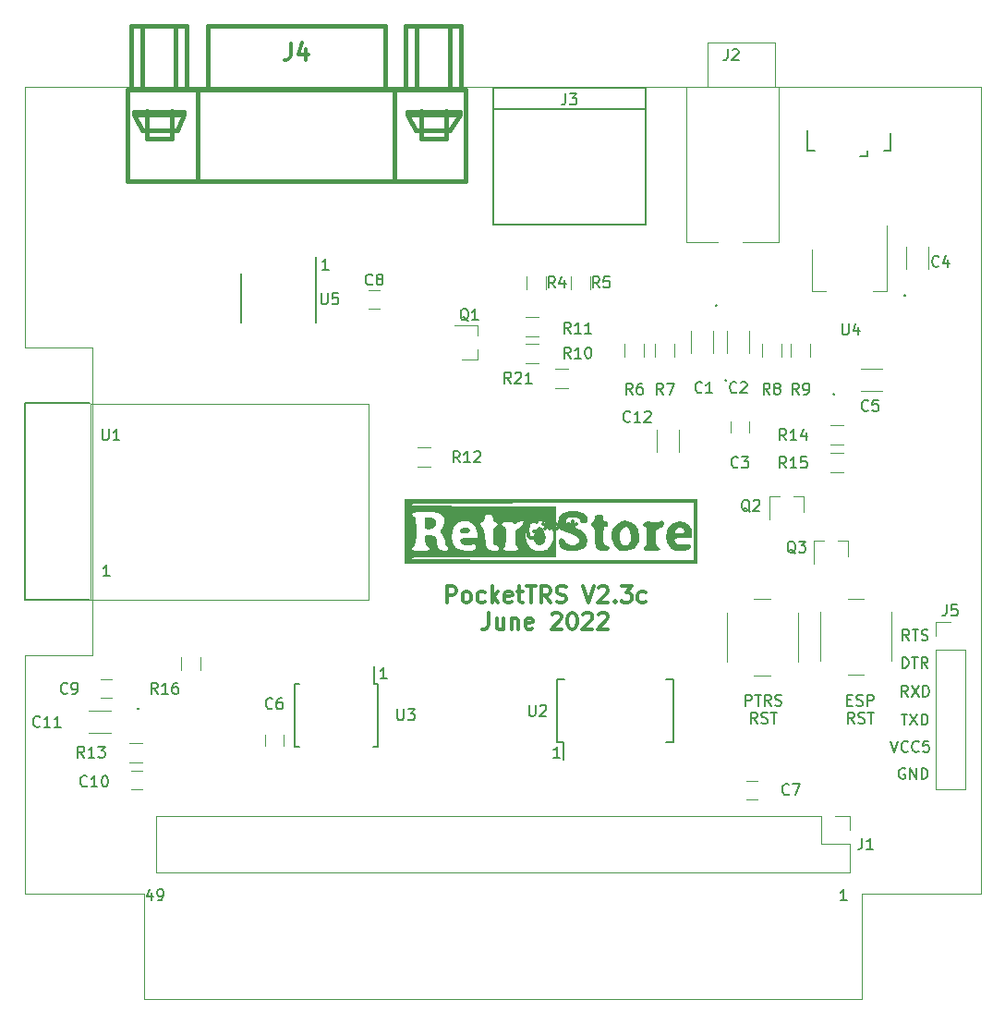
<source format=gbr>
G04 #@! TF.GenerationSoftware,KiCad,Pcbnew,(6.0.5)*
G04 #@! TF.CreationDate,2022-06-13T20:59:20-07:00*
G04 #@! TF.ProjectId,PocketTRS,506f636b-6574-4545-9253-2e6b69636164,rev?*
G04 #@! TF.SameCoordinates,Original*
G04 #@! TF.FileFunction,Legend,Top*
G04 #@! TF.FilePolarity,Positive*
%FSLAX46Y46*%
G04 Gerber Fmt 4.6, Leading zero omitted, Abs format (unit mm)*
G04 Created by KiCad (PCBNEW (6.0.5)) date 2022-06-13 20:59:20*
%MOMM*%
%LPD*%
G01*
G04 APERTURE LIST*
G04 #@! TA.AperFunction,Profile*
%ADD10C,0.050000*%
G04 #@! TD*
%ADD11C,0.150000*%
%ADD12C,0.300000*%
%ADD13C,0.304800*%
%ADD14C,0.120000*%
%ADD15C,0.381000*%
%ADD16C,0.050000*%
G04 APERTURE END LIST*
D10*
X165100000Y-61976000D02*
X165100000Y-64770000D01*
X252730000Y-64770000D02*
X252730000Y-61976000D01*
X171323000Y-85852000D02*
X171323000Y-90805000D01*
X165100000Y-64770000D02*
X165100000Y-85852000D01*
X165100000Y-135890000D02*
X165100000Y-114046000D01*
X241808000Y-135890000D02*
X252730000Y-135890000D01*
X241808000Y-145542000D02*
X241300000Y-145542000D01*
X175260000Y-135890000D02*
X176022000Y-135890000D01*
X241808000Y-145542000D02*
X241808000Y-135890000D01*
X171323000Y-85852000D02*
X165100000Y-85852000D01*
X165100000Y-114046000D02*
X171323000Y-114046000D01*
X171323000Y-114046000D02*
X171323000Y-90805000D01*
X176022000Y-145542000D02*
X241300000Y-145542000D01*
X252730000Y-64770000D02*
X252730000Y-135890000D01*
X165100000Y-61976000D02*
X252730000Y-61976000D01*
X165100000Y-135890000D02*
X175260000Y-135890000D01*
X176022000Y-135890000D02*
X176022000Y-145542000D01*
D11*
X246044642Y-117800380D02*
X245711309Y-117324190D01*
X245473214Y-117800380D02*
X245473214Y-116800380D01*
X245854166Y-116800380D01*
X245949404Y-116848000D01*
X245997023Y-116895619D01*
X246044642Y-116990857D01*
X246044642Y-117133714D01*
X245997023Y-117228952D01*
X245949404Y-117276571D01*
X245854166Y-117324190D01*
X245473214Y-117324190D01*
X246377976Y-116800380D02*
X247044642Y-117800380D01*
X247044642Y-116800380D02*
X246377976Y-117800380D01*
X247425595Y-117800380D02*
X247425595Y-116800380D01*
X247663690Y-116800380D01*
X247806547Y-116848000D01*
X247901785Y-116943238D01*
X247949404Y-117038476D01*
X247997023Y-117228952D01*
X247997023Y-117371809D01*
X247949404Y-117562285D01*
X247901785Y-117657523D01*
X247806547Y-117752761D01*
X247663690Y-117800380D01*
X247425595Y-117800380D01*
X198278714Y-116149380D02*
X197707285Y-116149380D01*
X197993000Y-116149380D02*
X197993000Y-115149380D01*
X197897761Y-115292238D01*
X197802523Y-115387476D01*
X197707285Y-115435095D01*
X240490523Y-118122571D02*
X240823857Y-118122571D01*
X240966714Y-118646380D02*
X240490523Y-118646380D01*
X240490523Y-117646380D01*
X240966714Y-117646380D01*
X241347666Y-118598761D02*
X241490523Y-118646380D01*
X241728619Y-118646380D01*
X241823857Y-118598761D01*
X241871476Y-118551142D01*
X241919095Y-118455904D01*
X241919095Y-118360666D01*
X241871476Y-118265428D01*
X241823857Y-118217809D01*
X241728619Y-118170190D01*
X241538142Y-118122571D01*
X241442904Y-118074952D01*
X241395285Y-118027333D01*
X241347666Y-117932095D01*
X241347666Y-117836857D01*
X241395285Y-117741619D01*
X241442904Y-117694000D01*
X241538142Y-117646380D01*
X241776238Y-117646380D01*
X241919095Y-117694000D01*
X242347666Y-118646380D02*
X242347666Y-117646380D01*
X242728619Y-117646380D01*
X242823857Y-117694000D01*
X242871476Y-117741619D01*
X242919095Y-117836857D01*
X242919095Y-117979714D01*
X242871476Y-118074952D01*
X242823857Y-118122571D01*
X242728619Y-118170190D01*
X242347666Y-118170190D01*
X241133380Y-120256380D02*
X240800047Y-119780190D01*
X240561952Y-120256380D02*
X240561952Y-119256380D01*
X240942904Y-119256380D01*
X241038142Y-119304000D01*
X241085761Y-119351619D01*
X241133380Y-119446857D01*
X241133380Y-119589714D01*
X241085761Y-119684952D01*
X241038142Y-119732571D01*
X240942904Y-119780190D01*
X240561952Y-119780190D01*
X241514333Y-120208761D02*
X241657190Y-120256380D01*
X241895285Y-120256380D01*
X241990523Y-120208761D01*
X242038142Y-120161142D01*
X242085761Y-120065904D01*
X242085761Y-119970666D01*
X242038142Y-119875428D01*
X241990523Y-119827809D01*
X241895285Y-119780190D01*
X241704809Y-119732571D01*
X241609571Y-119684952D01*
X241561952Y-119637333D01*
X241514333Y-119542095D01*
X241514333Y-119446857D01*
X241561952Y-119351619D01*
X241609571Y-119304000D01*
X241704809Y-119256380D01*
X241942904Y-119256380D01*
X242085761Y-119304000D01*
X242371476Y-119256380D02*
X242942904Y-119256380D01*
X242657190Y-120256380D02*
X242657190Y-119256380D01*
X231171952Y-118646380D02*
X231171952Y-117646380D01*
X231552904Y-117646380D01*
X231648142Y-117694000D01*
X231695761Y-117741619D01*
X231743380Y-117836857D01*
X231743380Y-117979714D01*
X231695761Y-118074952D01*
X231648142Y-118122571D01*
X231552904Y-118170190D01*
X231171952Y-118170190D01*
X232029095Y-117646380D02*
X232600523Y-117646380D01*
X232314809Y-118646380D02*
X232314809Y-117646380D01*
X233505285Y-118646380D02*
X233171952Y-118170190D01*
X232933857Y-118646380D02*
X232933857Y-117646380D01*
X233314809Y-117646380D01*
X233410047Y-117694000D01*
X233457666Y-117741619D01*
X233505285Y-117836857D01*
X233505285Y-117979714D01*
X233457666Y-118074952D01*
X233410047Y-118122571D01*
X233314809Y-118170190D01*
X232933857Y-118170190D01*
X233886238Y-118598761D02*
X234029095Y-118646380D01*
X234267190Y-118646380D01*
X234362428Y-118598761D01*
X234410047Y-118551142D01*
X234457666Y-118455904D01*
X234457666Y-118360666D01*
X234410047Y-118265428D01*
X234362428Y-118217809D01*
X234267190Y-118170190D01*
X234076714Y-118122571D01*
X233981476Y-118074952D01*
X233933857Y-118027333D01*
X233886238Y-117932095D01*
X233886238Y-117836857D01*
X233933857Y-117741619D01*
X233981476Y-117694000D01*
X234076714Y-117646380D01*
X234314809Y-117646380D01*
X234457666Y-117694000D01*
X232243380Y-120256380D02*
X231910047Y-119780190D01*
X231671952Y-120256380D02*
X231671952Y-119256380D01*
X232052904Y-119256380D01*
X232148142Y-119304000D01*
X232195761Y-119351619D01*
X232243380Y-119446857D01*
X232243380Y-119589714D01*
X232195761Y-119684952D01*
X232148142Y-119732571D01*
X232052904Y-119780190D01*
X231671952Y-119780190D01*
X232624333Y-120208761D02*
X232767190Y-120256380D01*
X233005285Y-120256380D01*
X233100523Y-120208761D01*
X233148142Y-120161142D01*
X233195761Y-120065904D01*
X233195761Y-119970666D01*
X233148142Y-119875428D01*
X233100523Y-119827809D01*
X233005285Y-119780190D01*
X232814809Y-119732571D01*
X232719571Y-119684952D01*
X232671952Y-119637333D01*
X232624333Y-119542095D01*
X232624333Y-119446857D01*
X232671952Y-119351619D01*
X232719571Y-119304000D01*
X232814809Y-119256380D01*
X233052904Y-119256380D01*
X233195761Y-119304000D01*
X233481476Y-119256380D02*
X234052904Y-119256380D01*
X233767190Y-120256380D02*
X233767190Y-119256380D01*
X175514000Y-118848142D02*
X175561619Y-118895761D01*
X175514000Y-118943380D01*
X175466380Y-118895761D01*
X175514000Y-118848142D01*
X175514000Y-118943380D01*
X229362000Y-88749142D02*
X229409619Y-88796761D01*
X229362000Y-88844380D01*
X229314380Y-88796761D01*
X229362000Y-88749142D01*
X229362000Y-88844380D01*
X245536690Y-115196880D02*
X245536690Y-114196880D01*
X245774785Y-114196880D01*
X245917642Y-114244500D01*
X246012880Y-114339738D01*
X246060500Y-114434976D01*
X246108119Y-114625452D01*
X246108119Y-114768309D01*
X246060500Y-114958785D01*
X246012880Y-115054023D01*
X245917642Y-115149261D01*
X245774785Y-115196880D01*
X245536690Y-115196880D01*
X246393833Y-114196880D02*
X246965261Y-114196880D01*
X246679547Y-115196880D02*
X246679547Y-114196880D01*
X247870023Y-115196880D02*
X247536690Y-114720690D01*
X247298595Y-115196880D02*
X247298595Y-114196880D01*
X247679547Y-114196880D01*
X247774785Y-114244500D01*
X247822404Y-114292119D01*
X247870023Y-114387357D01*
X247870023Y-114530214D01*
X247822404Y-114625452D01*
X247774785Y-114673071D01*
X247679547Y-114720690D01*
X247298595Y-114720690D01*
X228473000Y-81891142D02*
X228520619Y-81938761D01*
X228473000Y-81986380D01*
X228425380Y-81938761D01*
X228473000Y-81891142D01*
X228473000Y-81986380D01*
X192944714Y-78684380D02*
X192373285Y-78684380D01*
X192659000Y-78684380D02*
X192659000Y-77684380D01*
X192563761Y-77827238D01*
X192468523Y-77922476D01*
X192373285Y-77970095D01*
X240442714Y-136469380D02*
X239871285Y-136469380D01*
X240157000Y-136469380D02*
X240157000Y-135469380D01*
X240061761Y-135612238D01*
X239966523Y-135707476D01*
X239871285Y-135755095D01*
X214153714Y-123388380D02*
X213582285Y-123388380D01*
X213868000Y-123388380D02*
X213868000Y-122388380D01*
X213772761Y-122531238D01*
X213677523Y-122626476D01*
X213582285Y-122674095D01*
X244473214Y-121880380D02*
X244806547Y-122880380D01*
X245139880Y-121880380D01*
X246044642Y-122785142D02*
X245997023Y-122832761D01*
X245854166Y-122880380D01*
X245758928Y-122880380D01*
X245616071Y-122832761D01*
X245520833Y-122737523D01*
X245473214Y-122642285D01*
X245425595Y-122451809D01*
X245425595Y-122308952D01*
X245473214Y-122118476D01*
X245520833Y-122023238D01*
X245616071Y-121928000D01*
X245758928Y-121880380D01*
X245854166Y-121880380D01*
X245997023Y-121928000D01*
X246044642Y-121975619D01*
X247044642Y-122785142D02*
X246997023Y-122832761D01*
X246854166Y-122880380D01*
X246758928Y-122880380D01*
X246616071Y-122832761D01*
X246520833Y-122737523D01*
X246473214Y-122642285D01*
X246425595Y-122451809D01*
X246425595Y-122308952D01*
X246473214Y-122118476D01*
X246520833Y-122023238D01*
X246616071Y-121928000D01*
X246758928Y-121880380D01*
X246854166Y-121880380D01*
X246997023Y-121928000D01*
X247044642Y-121975619D01*
X247949404Y-121880380D02*
X247473214Y-121880380D01*
X247425595Y-122356571D01*
X247473214Y-122308952D01*
X247568452Y-122261333D01*
X247806547Y-122261333D01*
X247901785Y-122308952D01*
X247949404Y-122356571D01*
X247997023Y-122451809D01*
X247997023Y-122689904D01*
X247949404Y-122785142D01*
X247901785Y-122832761D01*
X247806547Y-122880380D01*
X247568452Y-122880380D01*
X247473214Y-122832761D01*
X247425595Y-122785142D01*
X246155738Y-112656880D02*
X245822404Y-112180690D01*
X245584309Y-112656880D02*
X245584309Y-111656880D01*
X245965261Y-111656880D01*
X246060500Y-111704500D01*
X246108119Y-111752119D01*
X246155738Y-111847357D01*
X246155738Y-111990214D01*
X246108119Y-112085452D01*
X246060500Y-112133071D01*
X245965261Y-112180690D01*
X245584309Y-112180690D01*
X246441452Y-111656880D02*
X247012880Y-111656880D01*
X246727166Y-112656880D02*
X246727166Y-111656880D01*
X247298595Y-112609261D02*
X247441452Y-112656880D01*
X247679547Y-112656880D01*
X247774785Y-112609261D01*
X247822404Y-112561642D01*
X247870023Y-112466404D01*
X247870023Y-112371166D01*
X247822404Y-112275928D01*
X247774785Y-112228309D01*
X247679547Y-112180690D01*
X247489071Y-112133071D01*
X247393833Y-112085452D01*
X247346214Y-112037833D01*
X247298595Y-111942595D01*
X247298595Y-111847357D01*
X247346214Y-111752119D01*
X247393833Y-111704500D01*
X247489071Y-111656880D01*
X247727166Y-111656880D01*
X247870023Y-111704500D01*
X245745000Y-81002142D02*
X245792619Y-81049761D01*
X245745000Y-81097380D01*
X245697380Y-81049761D01*
X245745000Y-81002142D01*
X245745000Y-81097380D01*
X176752285Y-135802714D02*
X176752285Y-136469380D01*
X176514190Y-135421761D02*
X176276095Y-136136047D01*
X176895142Y-136136047D01*
X177323714Y-136469380D02*
X177514190Y-136469380D01*
X177609428Y-136421761D01*
X177657047Y-136374142D01*
X177752285Y-136231285D01*
X177799904Y-136040809D01*
X177799904Y-135659857D01*
X177752285Y-135564619D01*
X177704666Y-135517000D01*
X177609428Y-135469380D01*
X177418952Y-135469380D01*
X177323714Y-135517000D01*
X177276095Y-135564619D01*
X177228476Y-135659857D01*
X177228476Y-135897952D01*
X177276095Y-135993190D01*
X177323714Y-136040809D01*
X177418952Y-136088428D01*
X177609428Y-136088428D01*
X177704666Y-136040809D01*
X177752285Y-135993190D01*
X177799904Y-135897952D01*
X245774785Y-124404500D02*
X245679547Y-124356880D01*
X245536690Y-124356880D01*
X245393833Y-124404500D01*
X245298595Y-124499738D01*
X245250976Y-124594976D01*
X245203357Y-124785452D01*
X245203357Y-124928309D01*
X245250976Y-125118785D01*
X245298595Y-125214023D01*
X245393833Y-125309261D01*
X245536690Y-125356880D01*
X245631928Y-125356880D01*
X245774785Y-125309261D01*
X245822404Y-125261642D01*
X245822404Y-124928309D01*
X245631928Y-124928309D01*
X246250976Y-125356880D02*
X246250976Y-124356880D01*
X246822404Y-125356880D01*
X246822404Y-124356880D01*
X247298595Y-125356880D02*
X247298595Y-124356880D01*
X247536690Y-124356880D01*
X247679547Y-124404500D01*
X247774785Y-124499738D01*
X247822404Y-124594976D01*
X247870023Y-124785452D01*
X247870023Y-124928309D01*
X247822404Y-125118785D01*
X247774785Y-125214023D01*
X247679547Y-125309261D01*
X247536690Y-125356880D01*
X247298595Y-125356880D01*
X239268000Y-90019142D02*
X239315619Y-90066761D01*
X239268000Y-90114380D01*
X239220380Y-90066761D01*
X239268000Y-90019142D01*
X239268000Y-90114380D01*
X172878714Y-106751380D02*
X172307285Y-106751380D01*
X172593000Y-106751380D02*
X172593000Y-105751380D01*
X172497761Y-105894238D01*
X172402523Y-105989476D01*
X172307285Y-106037095D01*
D12*
X203780571Y-109199071D02*
X203780571Y-107699071D01*
X204352000Y-107699071D01*
X204494857Y-107770500D01*
X204566285Y-107841928D01*
X204637714Y-107984785D01*
X204637714Y-108199071D01*
X204566285Y-108341928D01*
X204494857Y-108413357D01*
X204352000Y-108484785D01*
X203780571Y-108484785D01*
X205494857Y-109199071D02*
X205352000Y-109127642D01*
X205280571Y-109056214D01*
X205209142Y-108913357D01*
X205209142Y-108484785D01*
X205280571Y-108341928D01*
X205352000Y-108270500D01*
X205494857Y-108199071D01*
X205709142Y-108199071D01*
X205852000Y-108270500D01*
X205923428Y-108341928D01*
X205994857Y-108484785D01*
X205994857Y-108913357D01*
X205923428Y-109056214D01*
X205852000Y-109127642D01*
X205709142Y-109199071D01*
X205494857Y-109199071D01*
X207280571Y-109127642D02*
X207137714Y-109199071D01*
X206852000Y-109199071D01*
X206709142Y-109127642D01*
X206637714Y-109056214D01*
X206566285Y-108913357D01*
X206566285Y-108484785D01*
X206637714Y-108341928D01*
X206709142Y-108270500D01*
X206852000Y-108199071D01*
X207137714Y-108199071D01*
X207280571Y-108270500D01*
X207923428Y-109199071D02*
X207923428Y-107699071D01*
X208066285Y-108627642D02*
X208494857Y-109199071D01*
X208494857Y-108199071D02*
X207923428Y-108770500D01*
X209709142Y-109127642D02*
X209566285Y-109199071D01*
X209280571Y-109199071D01*
X209137714Y-109127642D01*
X209066285Y-108984785D01*
X209066285Y-108413357D01*
X209137714Y-108270500D01*
X209280571Y-108199071D01*
X209566285Y-108199071D01*
X209709142Y-108270500D01*
X209780571Y-108413357D01*
X209780571Y-108556214D01*
X209066285Y-108699071D01*
X210209142Y-108199071D02*
X210780571Y-108199071D01*
X210423428Y-107699071D02*
X210423428Y-108984785D01*
X210494857Y-109127642D01*
X210637714Y-109199071D01*
X210780571Y-109199071D01*
X211066285Y-107699071D02*
X211923428Y-107699071D01*
X211494857Y-109199071D02*
X211494857Y-107699071D01*
X213280571Y-109199071D02*
X212780571Y-108484785D01*
X212423428Y-109199071D02*
X212423428Y-107699071D01*
X212994857Y-107699071D01*
X213137714Y-107770500D01*
X213209142Y-107841928D01*
X213280571Y-107984785D01*
X213280571Y-108199071D01*
X213209142Y-108341928D01*
X213137714Y-108413357D01*
X212994857Y-108484785D01*
X212423428Y-108484785D01*
X213852000Y-109127642D02*
X214066285Y-109199071D01*
X214423428Y-109199071D01*
X214566285Y-109127642D01*
X214637714Y-109056214D01*
X214709142Y-108913357D01*
X214709142Y-108770500D01*
X214637714Y-108627642D01*
X214566285Y-108556214D01*
X214423428Y-108484785D01*
X214137714Y-108413357D01*
X213994857Y-108341928D01*
X213923428Y-108270500D01*
X213852000Y-108127642D01*
X213852000Y-107984785D01*
X213923428Y-107841928D01*
X213994857Y-107770500D01*
X214137714Y-107699071D01*
X214494857Y-107699071D01*
X214709142Y-107770500D01*
X216280571Y-107699071D02*
X216780571Y-109199071D01*
X217280571Y-107699071D01*
X217709142Y-107841928D02*
X217780571Y-107770500D01*
X217923428Y-107699071D01*
X218280571Y-107699071D01*
X218423428Y-107770500D01*
X218494857Y-107841928D01*
X218566285Y-107984785D01*
X218566285Y-108127642D01*
X218494857Y-108341928D01*
X217637714Y-109199071D01*
X218566285Y-109199071D01*
X219209142Y-109056214D02*
X219280571Y-109127642D01*
X219209142Y-109199071D01*
X219137714Y-109127642D01*
X219209142Y-109056214D01*
X219209142Y-109199071D01*
X219780571Y-107699071D02*
X220709142Y-107699071D01*
X220209142Y-108270500D01*
X220423428Y-108270500D01*
X220566285Y-108341928D01*
X220637714Y-108413357D01*
X220709142Y-108556214D01*
X220709142Y-108913357D01*
X220637714Y-109056214D01*
X220566285Y-109127642D01*
X220423428Y-109199071D01*
X219994857Y-109199071D01*
X219852000Y-109127642D01*
X219780571Y-109056214D01*
X221994857Y-109127642D02*
X221852000Y-109199071D01*
X221566285Y-109199071D01*
X221423428Y-109127642D01*
X221352000Y-109056214D01*
X221280571Y-108913357D01*
X221280571Y-108484785D01*
X221352000Y-108341928D01*
X221423428Y-108270500D01*
X221566285Y-108199071D01*
X221852000Y-108199071D01*
X221994857Y-108270500D01*
X207637714Y-110114071D02*
X207637714Y-111185500D01*
X207566285Y-111399785D01*
X207423428Y-111542642D01*
X207209142Y-111614071D01*
X207066285Y-111614071D01*
X208994857Y-110614071D02*
X208994857Y-111614071D01*
X208352000Y-110614071D02*
X208352000Y-111399785D01*
X208423428Y-111542642D01*
X208566285Y-111614071D01*
X208780571Y-111614071D01*
X208923428Y-111542642D01*
X208994857Y-111471214D01*
X209709142Y-110614071D02*
X209709142Y-111614071D01*
X209709142Y-110756928D02*
X209780571Y-110685500D01*
X209923428Y-110614071D01*
X210137714Y-110614071D01*
X210280571Y-110685500D01*
X210352000Y-110828357D01*
X210352000Y-111614071D01*
X211637714Y-111542642D02*
X211494857Y-111614071D01*
X211209142Y-111614071D01*
X211066285Y-111542642D01*
X210994857Y-111399785D01*
X210994857Y-110828357D01*
X211066285Y-110685500D01*
X211209142Y-110614071D01*
X211494857Y-110614071D01*
X211637714Y-110685500D01*
X211709142Y-110828357D01*
X211709142Y-110971214D01*
X210994857Y-111114071D01*
X213423428Y-110256928D02*
X213494857Y-110185500D01*
X213637714Y-110114071D01*
X213994857Y-110114071D01*
X214137714Y-110185500D01*
X214209142Y-110256928D01*
X214280571Y-110399785D01*
X214280571Y-110542642D01*
X214209142Y-110756928D01*
X213352000Y-111614071D01*
X214280571Y-111614071D01*
X215209142Y-110114071D02*
X215352000Y-110114071D01*
X215494857Y-110185500D01*
X215566285Y-110256928D01*
X215637714Y-110399785D01*
X215709142Y-110685500D01*
X215709142Y-111042642D01*
X215637714Y-111328357D01*
X215566285Y-111471214D01*
X215494857Y-111542642D01*
X215352000Y-111614071D01*
X215209142Y-111614071D01*
X215066285Y-111542642D01*
X214994857Y-111471214D01*
X214923428Y-111328357D01*
X214852000Y-111042642D01*
X214852000Y-110685500D01*
X214923428Y-110399785D01*
X214994857Y-110256928D01*
X215066285Y-110185500D01*
X215209142Y-110114071D01*
X216280571Y-110256928D02*
X216352000Y-110185500D01*
X216494857Y-110114071D01*
X216852000Y-110114071D01*
X216994857Y-110185500D01*
X217066285Y-110256928D01*
X217137714Y-110399785D01*
X217137714Y-110542642D01*
X217066285Y-110756928D01*
X216209142Y-111614071D01*
X217137714Y-111614071D01*
X217709142Y-110256928D02*
X217780571Y-110185500D01*
X217923428Y-110114071D01*
X218280571Y-110114071D01*
X218423428Y-110185500D01*
X218494857Y-110256928D01*
X218566285Y-110399785D01*
X218566285Y-110542642D01*
X218494857Y-110756928D01*
X217637714Y-111614071D01*
X218566285Y-111614071D01*
D11*
X245441452Y-119403880D02*
X246012880Y-119403880D01*
X245727166Y-120403880D02*
X245727166Y-119403880D01*
X246250976Y-119403880D02*
X246917642Y-120403880D01*
X246917642Y-119403880D02*
X246250976Y-120403880D01*
X247298595Y-120403880D02*
X247298595Y-119403880D01*
X247536690Y-119403880D01*
X247679547Y-119451500D01*
X247774785Y-119546738D01*
X247822404Y-119641976D01*
X247870023Y-119832452D01*
X247870023Y-119975309D01*
X247822404Y-120165785D01*
X247774785Y-120261023D01*
X247679547Y-120356261D01*
X247536690Y-120403880D01*
X247298595Y-120403880D01*
D12*
X212017428Y-101854000D02*
X211872285Y-101781428D01*
X211654571Y-101781428D01*
X211436857Y-101854000D01*
X211291714Y-101999142D01*
X211219142Y-102144285D01*
X211146571Y-102434571D01*
X211146571Y-102652285D01*
X211219142Y-102942571D01*
X211291714Y-103087714D01*
X211436857Y-103232857D01*
X211654571Y-103305428D01*
X211799714Y-103305428D01*
X212017428Y-103232857D01*
X212090000Y-103160285D01*
X212090000Y-102652285D01*
X211799714Y-102652285D01*
X212960857Y-101781428D02*
X212960857Y-102144285D01*
X212598000Y-101999142D02*
X212960857Y-102144285D01*
X213323714Y-101999142D01*
X212743142Y-102434571D02*
X212960857Y-102144285D01*
X213178571Y-102434571D01*
X214122000Y-101781428D02*
X214122000Y-102144285D01*
X213759142Y-101999142D02*
X214122000Y-102144285D01*
X214484857Y-101999142D01*
X213904285Y-102434571D02*
X214122000Y-102144285D01*
X214339714Y-102434571D01*
X215283142Y-101781428D02*
X215283142Y-102144285D01*
X214920285Y-101999142D02*
X215283142Y-102144285D01*
X215646000Y-101999142D01*
X215065428Y-102434571D02*
X215283142Y-102144285D01*
X215500857Y-102434571D01*
D11*
X249602666Y-109390380D02*
X249602666Y-110104666D01*
X249555047Y-110247523D01*
X249459809Y-110342761D01*
X249316952Y-110390380D01*
X249221714Y-110390380D01*
X250555047Y-109390380D02*
X250078857Y-109390380D01*
X250031238Y-109866571D01*
X250078857Y-109818952D01*
X250174095Y-109771333D01*
X250412190Y-109771333D01*
X250507428Y-109818952D01*
X250555047Y-109866571D01*
X250602666Y-109961809D01*
X250602666Y-110199904D01*
X250555047Y-110295142D01*
X250507428Y-110342761D01*
X250412190Y-110390380D01*
X250174095Y-110390380D01*
X250078857Y-110342761D01*
X250031238Y-110295142D01*
X240030095Y-83653380D02*
X240030095Y-84462904D01*
X240077714Y-84558142D01*
X240125333Y-84605761D01*
X240220571Y-84653380D01*
X240411047Y-84653380D01*
X240506285Y-84605761D01*
X240553904Y-84558142D01*
X240601523Y-84462904D01*
X240601523Y-83653380D01*
X241506285Y-83986714D02*
X241506285Y-84653380D01*
X241268190Y-83605761D02*
X241030095Y-84320047D01*
X241649142Y-84320047D01*
X230465333Y-96750142D02*
X230417714Y-96797761D01*
X230274857Y-96845380D01*
X230179619Y-96845380D01*
X230036761Y-96797761D01*
X229941523Y-96702523D01*
X229893904Y-96607285D01*
X229846285Y-96416809D01*
X229846285Y-96273952D01*
X229893904Y-96083476D01*
X229941523Y-95988238D01*
X230036761Y-95893000D01*
X230179619Y-95845380D01*
X230274857Y-95845380D01*
X230417714Y-95893000D01*
X230465333Y-95940619D01*
X230798666Y-95845380D02*
X231417714Y-95845380D01*
X231084380Y-96226333D01*
X231227238Y-96226333D01*
X231322476Y-96273952D01*
X231370095Y-96321571D01*
X231417714Y-96416809D01*
X231417714Y-96654904D01*
X231370095Y-96750142D01*
X231322476Y-96797761D01*
X231227238Y-96845380D01*
X230941523Y-96845380D01*
X230846285Y-96797761D01*
X230798666Y-96750142D01*
X248880333Y-78335142D02*
X248832714Y-78382761D01*
X248689857Y-78430380D01*
X248594619Y-78430380D01*
X248451761Y-78382761D01*
X248356523Y-78287523D01*
X248308904Y-78192285D01*
X248261285Y-78001809D01*
X248261285Y-77858952D01*
X248308904Y-77668476D01*
X248356523Y-77573238D01*
X248451761Y-77478000D01*
X248594619Y-77430380D01*
X248689857Y-77430380D01*
X248832714Y-77478000D01*
X248880333Y-77525619D01*
X249737476Y-77763714D02*
X249737476Y-78430380D01*
X249499380Y-77382761D02*
X249261285Y-78097047D01*
X249880333Y-78097047D01*
X242403333Y-91543142D02*
X242355714Y-91590761D01*
X242212857Y-91638380D01*
X242117619Y-91638380D01*
X241974761Y-91590761D01*
X241879523Y-91495523D01*
X241831904Y-91400285D01*
X241784285Y-91209809D01*
X241784285Y-91066952D01*
X241831904Y-90876476D01*
X241879523Y-90781238D01*
X241974761Y-90686000D01*
X242117619Y-90638380D01*
X242212857Y-90638380D01*
X242355714Y-90686000D01*
X242403333Y-90733619D01*
X243308095Y-90638380D02*
X242831904Y-90638380D01*
X242784285Y-91114571D01*
X242831904Y-91066952D01*
X242927142Y-91019333D01*
X243165238Y-91019333D01*
X243260476Y-91066952D01*
X243308095Y-91114571D01*
X243355714Y-91209809D01*
X243355714Y-91447904D01*
X243308095Y-91543142D01*
X243260476Y-91590761D01*
X243165238Y-91638380D01*
X242927142Y-91638380D01*
X242831904Y-91590761D01*
X242784285Y-91543142D01*
X187793333Y-118848142D02*
X187745714Y-118895761D01*
X187602857Y-118943380D01*
X187507619Y-118943380D01*
X187364761Y-118895761D01*
X187269523Y-118800523D01*
X187221904Y-118705285D01*
X187174285Y-118514809D01*
X187174285Y-118371952D01*
X187221904Y-118181476D01*
X187269523Y-118086238D01*
X187364761Y-117991000D01*
X187507619Y-117943380D01*
X187602857Y-117943380D01*
X187745714Y-117991000D01*
X187793333Y-118038619D01*
X188650476Y-117943380D02*
X188460000Y-117943380D01*
X188364761Y-117991000D01*
X188317142Y-118038619D01*
X188221904Y-118181476D01*
X188174285Y-118371952D01*
X188174285Y-118752904D01*
X188221904Y-118848142D01*
X188269523Y-118895761D01*
X188364761Y-118943380D01*
X188555238Y-118943380D01*
X188650476Y-118895761D01*
X188698095Y-118848142D01*
X188745714Y-118752904D01*
X188745714Y-118514809D01*
X188698095Y-118419571D01*
X188650476Y-118371952D01*
X188555238Y-118324333D01*
X188364761Y-118324333D01*
X188269523Y-118371952D01*
X188221904Y-118419571D01*
X188174285Y-118514809D01*
X235144333Y-126722142D02*
X235096714Y-126769761D01*
X234953857Y-126817380D01*
X234858619Y-126817380D01*
X234715761Y-126769761D01*
X234620523Y-126674523D01*
X234572904Y-126579285D01*
X234525285Y-126388809D01*
X234525285Y-126245952D01*
X234572904Y-126055476D01*
X234620523Y-125960238D01*
X234715761Y-125865000D01*
X234858619Y-125817380D01*
X234953857Y-125817380D01*
X235096714Y-125865000D01*
X235144333Y-125912619D01*
X235477666Y-125817380D02*
X236144333Y-125817380D01*
X235715761Y-126817380D01*
X196957333Y-80014142D02*
X196909714Y-80061761D01*
X196766857Y-80109380D01*
X196671619Y-80109380D01*
X196528761Y-80061761D01*
X196433523Y-79966523D01*
X196385904Y-79871285D01*
X196338285Y-79680809D01*
X196338285Y-79537952D01*
X196385904Y-79347476D01*
X196433523Y-79252238D01*
X196528761Y-79157000D01*
X196671619Y-79109380D01*
X196766857Y-79109380D01*
X196909714Y-79157000D01*
X196957333Y-79204619D01*
X197528761Y-79537952D02*
X197433523Y-79490333D01*
X197385904Y-79442714D01*
X197338285Y-79347476D01*
X197338285Y-79299857D01*
X197385904Y-79204619D01*
X197433523Y-79157000D01*
X197528761Y-79109380D01*
X197719238Y-79109380D01*
X197814476Y-79157000D01*
X197862095Y-79204619D01*
X197909714Y-79299857D01*
X197909714Y-79347476D01*
X197862095Y-79442714D01*
X197814476Y-79490333D01*
X197719238Y-79537952D01*
X197528761Y-79537952D01*
X197433523Y-79585571D01*
X197385904Y-79633190D01*
X197338285Y-79728428D01*
X197338285Y-79918904D01*
X197385904Y-80014142D01*
X197433523Y-80061761D01*
X197528761Y-80109380D01*
X197719238Y-80109380D01*
X197814476Y-80061761D01*
X197862095Y-80014142D01*
X197909714Y-79918904D01*
X197909714Y-79728428D01*
X197862095Y-79633190D01*
X197814476Y-79585571D01*
X197719238Y-79537952D01*
X168997333Y-117451142D02*
X168949714Y-117498761D01*
X168806857Y-117546380D01*
X168711619Y-117546380D01*
X168568761Y-117498761D01*
X168473523Y-117403523D01*
X168425904Y-117308285D01*
X168378285Y-117117809D01*
X168378285Y-116974952D01*
X168425904Y-116784476D01*
X168473523Y-116689238D01*
X168568761Y-116594000D01*
X168711619Y-116546380D01*
X168806857Y-116546380D01*
X168949714Y-116594000D01*
X168997333Y-116641619D01*
X169473523Y-117546380D02*
X169664000Y-117546380D01*
X169759238Y-117498761D01*
X169806857Y-117451142D01*
X169902095Y-117308285D01*
X169949714Y-117117809D01*
X169949714Y-116736857D01*
X169902095Y-116641619D01*
X169854476Y-116594000D01*
X169759238Y-116546380D01*
X169568761Y-116546380D01*
X169473523Y-116594000D01*
X169425904Y-116641619D01*
X169378285Y-116736857D01*
X169378285Y-116974952D01*
X169425904Y-117070190D01*
X169473523Y-117117809D01*
X169568761Y-117165428D01*
X169759238Y-117165428D01*
X169854476Y-117117809D01*
X169902095Y-117070190D01*
X169949714Y-116974952D01*
X170807142Y-125960142D02*
X170759523Y-126007761D01*
X170616666Y-126055380D01*
X170521428Y-126055380D01*
X170378571Y-126007761D01*
X170283333Y-125912523D01*
X170235714Y-125817285D01*
X170188095Y-125626809D01*
X170188095Y-125483952D01*
X170235714Y-125293476D01*
X170283333Y-125198238D01*
X170378571Y-125103000D01*
X170521428Y-125055380D01*
X170616666Y-125055380D01*
X170759523Y-125103000D01*
X170807142Y-125150619D01*
X171759523Y-126055380D02*
X171188095Y-126055380D01*
X171473809Y-126055380D02*
X171473809Y-125055380D01*
X171378571Y-125198238D01*
X171283333Y-125293476D01*
X171188095Y-125341095D01*
X172378571Y-125055380D02*
X172473809Y-125055380D01*
X172569047Y-125103000D01*
X172616666Y-125150619D01*
X172664285Y-125245857D01*
X172711904Y-125436333D01*
X172711904Y-125674428D01*
X172664285Y-125864904D01*
X172616666Y-125960142D01*
X172569047Y-126007761D01*
X172473809Y-126055380D01*
X172378571Y-126055380D01*
X172283333Y-126007761D01*
X172235714Y-125960142D01*
X172188095Y-125864904D01*
X172140476Y-125674428D01*
X172140476Y-125436333D01*
X172188095Y-125245857D01*
X172235714Y-125150619D01*
X172283333Y-125103000D01*
X172378571Y-125055380D01*
X213701333Y-80335380D02*
X213368000Y-79859190D01*
X213129904Y-80335380D02*
X213129904Y-79335380D01*
X213510857Y-79335380D01*
X213606095Y-79383000D01*
X213653714Y-79430619D01*
X213701333Y-79525857D01*
X213701333Y-79668714D01*
X213653714Y-79763952D01*
X213606095Y-79811571D01*
X213510857Y-79859190D01*
X213129904Y-79859190D01*
X214558476Y-79668714D02*
X214558476Y-80335380D01*
X214320380Y-79287761D02*
X214082285Y-80002047D01*
X214701333Y-80002047D01*
X217765333Y-80335380D02*
X217432000Y-79859190D01*
X217193904Y-80335380D02*
X217193904Y-79335380D01*
X217574857Y-79335380D01*
X217670095Y-79383000D01*
X217717714Y-79430619D01*
X217765333Y-79525857D01*
X217765333Y-79668714D01*
X217717714Y-79763952D01*
X217670095Y-79811571D01*
X217574857Y-79859190D01*
X217193904Y-79859190D01*
X218670095Y-79335380D02*
X218193904Y-79335380D01*
X218146285Y-79811571D01*
X218193904Y-79763952D01*
X218289142Y-79716333D01*
X218527238Y-79716333D01*
X218622476Y-79763952D01*
X218670095Y-79811571D01*
X218717714Y-79906809D01*
X218717714Y-80144904D01*
X218670095Y-80240142D01*
X218622476Y-80287761D01*
X218527238Y-80335380D01*
X218289142Y-80335380D01*
X218193904Y-80287761D01*
X218146285Y-80240142D01*
X220813333Y-90114380D02*
X220480000Y-89638190D01*
X220241904Y-90114380D02*
X220241904Y-89114380D01*
X220622857Y-89114380D01*
X220718095Y-89162000D01*
X220765714Y-89209619D01*
X220813333Y-89304857D01*
X220813333Y-89447714D01*
X220765714Y-89542952D01*
X220718095Y-89590571D01*
X220622857Y-89638190D01*
X220241904Y-89638190D01*
X221670476Y-89114380D02*
X221480000Y-89114380D01*
X221384761Y-89162000D01*
X221337142Y-89209619D01*
X221241904Y-89352476D01*
X221194285Y-89542952D01*
X221194285Y-89923904D01*
X221241904Y-90019142D01*
X221289523Y-90066761D01*
X221384761Y-90114380D01*
X221575238Y-90114380D01*
X221670476Y-90066761D01*
X221718095Y-90019142D01*
X221765714Y-89923904D01*
X221765714Y-89685809D01*
X221718095Y-89590571D01*
X221670476Y-89542952D01*
X221575238Y-89495333D01*
X221384761Y-89495333D01*
X221289523Y-89542952D01*
X221241904Y-89590571D01*
X221194285Y-89685809D01*
X223607333Y-90114380D02*
X223274000Y-89638190D01*
X223035904Y-90114380D02*
X223035904Y-89114380D01*
X223416857Y-89114380D01*
X223512095Y-89162000D01*
X223559714Y-89209619D01*
X223607333Y-89304857D01*
X223607333Y-89447714D01*
X223559714Y-89542952D01*
X223512095Y-89590571D01*
X223416857Y-89638190D01*
X223035904Y-89638190D01*
X223940666Y-89114380D02*
X224607333Y-89114380D01*
X224178761Y-90114380D01*
X233386333Y-90114380D02*
X233053000Y-89638190D01*
X232814904Y-90114380D02*
X232814904Y-89114380D01*
X233195857Y-89114380D01*
X233291095Y-89162000D01*
X233338714Y-89209619D01*
X233386333Y-89304857D01*
X233386333Y-89447714D01*
X233338714Y-89542952D01*
X233291095Y-89590571D01*
X233195857Y-89638190D01*
X232814904Y-89638190D01*
X233957761Y-89542952D02*
X233862523Y-89495333D01*
X233814904Y-89447714D01*
X233767285Y-89352476D01*
X233767285Y-89304857D01*
X233814904Y-89209619D01*
X233862523Y-89162000D01*
X233957761Y-89114380D01*
X234148238Y-89114380D01*
X234243476Y-89162000D01*
X234291095Y-89209619D01*
X234338714Y-89304857D01*
X234338714Y-89352476D01*
X234291095Y-89447714D01*
X234243476Y-89495333D01*
X234148238Y-89542952D01*
X233957761Y-89542952D01*
X233862523Y-89590571D01*
X233814904Y-89638190D01*
X233767285Y-89733428D01*
X233767285Y-89923904D01*
X233814904Y-90019142D01*
X233862523Y-90066761D01*
X233957761Y-90114380D01*
X234148238Y-90114380D01*
X234243476Y-90066761D01*
X234291095Y-90019142D01*
X234338714Y-89923904D01*
X234338714Y-89733428D01*
X234291095Y-89638190D01*
X234243476Y-89590571D01*
X234148238Y-89542952D01*
X215130142Y-86812380D02*
X214796809Y-86336190D01*
X214558714Y-86812380D02*
X214558714Y-85812380D01*
X214939666Y-85812380D01*
X215034904Y-85860000D01*
X215082523Y-85907619D01*
X215130142Y-86002857D01*
X215130142Y-86145714D01*
X215082523Y-86240952D01*
X215034904Y-86288571D01*
X214939666Y-86336190D01*
X214558714Y-86336190D01*
X216082523Y-86812380D02*
X215511095Y-86812380D01*
X215796809Y-86812380D02*
X215796809Y-85812380D01*
X215701571Y-85955238D01*
X215606333Y-86050476D01*
X215511095Y-86098095D01*
X216701571Y-85812380D02*
X216796809Y-85812380D01*
X216892047Y-85860000D01*
X216939666Y-85907619D01*
X216987285Y-86002857D01*
X217034904Y-86193333D01*
X217034904Y-86431428D01*
X216987285Y-86621904D01*
X216939666Y-86717142D01*
X216892047Y-86764761D01*
X216796809Y-86812380D01*
X216701571Y-86812380D01*
X216606333Y-86764761D01*
X216558714Y-86717142D01*
X216511095Y-86621904D01*
X216463476Y-86431428D01*
X216463476Y-86193333D01*
X216511095Y-86002857D01*
X216558714Y-85907619D01*
X216606333Y-85860000D01*
X216701571Y-85812380D01*
X215130142Y-84526380D02*
X214796809Y-84050190D01*
X214558714Y-84526380D02*
X214558714Y-83526380D01*
X214939666Y-83526380D01*
X215034904Y-83574000D01*
X215082523Y-83621619D01*
X215130142Y-83716857D01*
X215130142Y-83859714D01*
X215082523Y-83954952D01*
X215034904Y-84002571D01*
X214939666Y-84050190D01*
X214558714Y-84050190D01*
X216082523Y-84526380D02*
X215511095Y-84526380D01*
X215796809Y-84526380D02*
X215796809Y-83526380D01*
X215701571Y-83669238D01*
X215606333Y-83764476D01*
X215511095Y-83812095D01*
X217034904Y-84526380D02*
X216463476Y-84526380D01*
X216749190Y-84526380D02*
X216749190Y-83526380D01*
X216653952Y-83669238D01*
X216558714Y-83764476D01*
X216463476Y-83812095D01*
X204970142Y-96337380D02*
X204636809Y-95861190D01*
X204398714Y-96337380D02*
X204398714Y-95337380D01*
X204779666Y-95337380D01*
X204874904Y-95385000D01*
X204922523Y-95432619D01*
X204970142Y-95527857D01*
X204970142Y-95670714D01*
X204922523Y-95765952D01*
X204874904Y-95813571D01*
X204779666Y-95861190D01*
X204398714Y-95861190D01*
X205922523Y-96337380D02*
X205351095Y-96337380D01*
X205636809Y-96337380D02*
X205636809Y-95337380D01*
X205541571Y-95480238D01*
X205446333Y-95575476D01*
X205351095Y-95623095D01*
X206303476Y-95432619D02*
X206351095Y-95385000D01*
X206446333Y-95337380D01*
X206684428Y-95337380D01*
X206779666Y-95385000D01*
X206827285Y-95432619D01*
X206874904Y-95527857D01*
X206874904Y-95623095D01*
X206827285Y-95765952D01*
X206255857Y-96337380D01*
X206874904Y-96337380D01*
X170553142Y-123388380D02*
X170219809Y-122912190D01*
X169981714Y-123388380D02*
X169981714Y-122388380D01*
X170362666Y-122388380D01*
X170457904Y-122436000D01*
X170505523Y-122483619D01*
X170553142Y-122578857D01*
X170553142Y-122721714D01*
X170505523Y-122816952D01*
X170457904Y-122864571D01*
X170362666Y-122912190D01*
X169981714Y-122912190D01*
X171505523Y-123388380D02*
X170934095Y-123388380D01*
X171219809Y-123388380D02*
X171219809Y-122388380D01*
X171124571Y-122531238D01*
X171029333Y-122626476D01*
X170934095Y-122674095D01*
X171838857Y-122388380D02*
X172457904Y-122388380D01*
X172124571Y-122769333D01*
X172267428Y-122769333D01*
X172362666Y-122816952D01*
X172410285Y-122864571D01*
X172457904Y-122959809D01*
X172457904Y-123197904D01*
X172410285Y-123293142D01*
X172362666Y-123340761D01*
X172267428Y-123388380D01*
X171981714Y-123388380D01*
X171886476Y-123340761D01*
X171838857Y-123293142D01*
X234895142Y-94305380D02*
X234561809Y-93829190D01*
X234323714Y-94305380D02*
X234323714Y-93305380D01*
X234704666Y-93305380D01*
X234799904Y-93353000D01*
X234847523Y-93400619D01*
X234895142Y-93495857D01*
X234895142Y-93638714D01*
X234847523Y-93733952D01*
X234799904Y-93781571D01*
X234704666Y-93829190D01*
X234323714Y-93829190D01*
X235847523Y-94305380D02*
X235276095Y-94305380D01*
X235561809Y-94305380D02*
X235561809Y-93305380D01*
X235466571Y-93448238D01*
X235371333Y-93543476D01*
X235276095Y-93591095D01*
X236704666Y-93638714D02*
X236704666Y-94305380D01*
X236466571Y-93257761D02*
X236228476Y-93972047D01*
X236847523Y-93972047D01*
X234895142Y-96845380D02*
X234561809Y-96369190D01*
X234323714Y-96845380D02*
X234323714Y-95845380D01*
X234704666Y-95845380D01*
X234799904Y-95893000D01*
X234847523Y-95940619D01*
X234895142Y-96035857D01*
X234895142Y-96178714D01*
X234847523Y-96273952D01*
X234799904Y-96321571D01*
X234704666Y-96369190D01*
X234323714Y-96369190D01*
X235847523Y-96845380D02*
X235276095Y-96845380D01*
X235561809Y-96845380D02*
X235561809Y-95845380D01*
X235466571Y-95988238D01*
X235371333Y-96083476D01*
X235276095Y-96131095D01*
X236752285Y-95845380D02*
X236276095Y-95845380D01*
X236228476Y-96321571D01*
X236276095Y-96273952D01*
X236371333Y-96226333D01*
X236609428Y-96226333D01*
X236704666Y-96273952D01*
X236752285Y-96321571D01*
X236799904Y-96416809D01*
X236799904Y-96654904D01*
X236752285Y-96750142D01*
X236704666Y-96797761D01*
X236609428Y-96845380D01*
X236371333Y-96845380D01*
X236276095Y-96797761D01*
X236228476Y-96750142D01*
X177284142Y-117546380D02*
X176950809Y-117070190D01*
X176712714Y-117546380D02*
X176712714Y-116546380D01*
X177093666Y-116546380D01*
X177188904Y-116594000D01*
X177236523Y-116641619D01*
X177284142Y-116736857D01*
X177284142Y-116879714D01*
X177236523Y-116974952D01*
X177188904Y-117022571D01*
X177093666Y-117070190D01*
X176712714Y-117070190D01*
X178236523Y-117546380D02*
X177665095Y-117546380D01*
X177950809Y-117546380D02*
X177950809Y-116546380D01*
X177855571Y-116689238D01*
X177760333Y-116784476D01*
X177665095Y-116832095D01*
X179093666Y-116546380D02*
X178903190Y-116546380D01*
X178807952Y-116594000D01*
X178760333Y-116641619D01*
X178665095Y-116784476D01*
X178617476Y-116974952D01*
X178617476Y-117355904D01*
X178665095Y-117451142D01*
X178712714Y-117498761D01*
X178807952Y-117546380D01*
X178998428Y-117546380D01*
X179093666Y-117498761D01*
X179141285Y-117451142D01*
X179188904Y-117355904D01*
X179188904Y-117117809D01*
X179141285Y-117022571D01*
X179093666Y-116974952D01*
X178998428Y-116927333D01*
X178807952Y-116927333D01*
X178712714Y-116974952D01*
X178665095Y-117022571D01*
X178617476Y-117117809D01*
X211328095Y-118578380D02*
X211328095Y-119387904D01*
X211375714Y-119483142D01*
X211423333Y-119530761D01*
X211518571Y-119578380D01*
X211709047Y-119578380D01*
X211804285Y-119530761D01*
X211851904Y-119483142D01*
X211899523Y-119387904D01*
X211899523Y-118578380D01*
X212328095Y-118673619D02*
X212375714Y-118626000D01*
X212470952Y-118578380D01*
X212709047Y-118578380D01*
X212804285Y-118626000D01*
X212851904Y-118673619D01*
X212899523Y-118768857D01*
X212899523Y-118864095D01*
X212851904Y-119006952D01*
X212280476Y-119578380D01*
X212899523Y-119578380D01*
X192278095Y-80859380D02*
X192278095Y-81668904D01*
X192325714Y-81764142D01*
X192373333Y-81811761D01*
X192468571Y-81859380D01*
X192659047Y-81859380D01*
X192754285Y-81811761D01*
X192801904Y-81764142D01*
X192849523Y-81668904D01*
X192849523Y-80859380D01*
X193801904Y-80859380D02*
X193325714Y-80859380D01*
X193278095Y-81335571D01*
X193325714Y-81287952D01*
X193420952Y-81240333D01*
X193659047Y-81240333D01*
X193754285Y-81287952D01*
X193801904Y-81335571D01*
X193849523Y-81430809D01*
X193849523Y-81668904D01*
X193801904Y-81764142D01*
X193754285Y-81811761D01*
X193659047Y-81859380D01*
X193420952Y-81859380D01*
X193325714Y-81811761D01*
X193278095Y-81764142D01*
X205771761Y-83391619D02*
X205676523Y-83344000D01*
X205581285Y-83248761D01*
X205438428Y-83105904D01*
X205343190Y-83058285D01*
X205247952Y-83058285D01*
X205295571Y-83296380D02*
X205200333Y-83248761D01*
X205105095Y-83153523D01*
X205057476Y-82963047D01*
X205057476Y-82629714D01*
X205105095Y-82439238D01*
X205200333Y-82344000D01*
X205295571Y-82296380D01*
X205486047Y-82296380D01*
X205581285Y-82344000D01*
X205676523Y-82439238D01*
X205724142Y-82629714D01*
X205724142Y-82963047D01*
X205676523Y-83153523D01*
X205581285Y-83248761D01*
X205486047Y-83296380D01*
X205295571Y-83296380D01*
X206676523Y-83296380D02*
X206105095Y-83296380D01*
X206390809Y-83296380D02*
X206390809Y-82296380D01*
X206295571Y-82439238D01*
X206200333Y-82534476D01*
X206105095Y-82582095D01*
X231552761Y-100877619D02*
X231457523Y-100830000D01*
X231362285Y-100734761D01*
X231219428Y-100591904D01*
X231124190Y-100544285D01*
X231028952Y-100544285D01*
X231076571Y-100782380D02*
X230981333Y-100734761D01*
X230886095Y-100639523D01*
X230838476Y-100449047D01*
X230838476Y-100115714D01*
X230886095Y-99925238D01*
X230981333Y-99830000D01*
X231076571Y-99782380D01*
X231267047Y-99782380D01*
X231362285Y-99830000D01*
X231457523Y-99925238D01*
X231505142Y-100115714D01*
X231505142Y-100449047D01*
X231457523Y-100639523D01*
X231362285Y-100734761D01*
X231267047Y-100782380D01*
X231076571Y-100782380D01*
X231886095Y-99877619D02*
X231933714Y-99830000D01*
X232028952Y-99782380D01*
X232267047Y-99782380D01*
X232362285Y-99830000D01*
X232409904Y-99877619D01*
X232457523Y-99972857D01*
X232457523Y-100068095D01*
X232409904Y-100210952D01*
X231838476Y-100782380D01*
X232457523Y-100782380D01*
X235743761Y-104687619D02*
X235648523Y-104640000D01*
X235553285Y-104544761D01*
X235410428Y-104401904D01*
X235315190Y-104354285D01*
X235219952Y-104354285D01*
X235267571Y-104592380D02*
X235172333Y-104544761D01*
X235077095Y-104449523D01*
X235029476Y-104259047D01*
X235029476Y-103925714D01*
X235077095Y-103735238D01*
X235172333Y-103640000D01*
X235267571Y-103592380D01*
X235458047Y-103592380D01*
X235553285Y-103640000D01*
X235648523Y-103735238D01*
X235696142Y-103925714D01*
X235696142Y-104259047D01*
X235648523Y-104449523D01*
X235553285Y-104544761D01*
X235458047Y-104592380D01*
X235267571Y-104592380D01*
X236029476Y-103592380D02*
X236648523Y-103592380D01*
X236315190Y-103973333D01*
X236458047Y-103973333D01*
X236553285Y-104020952D01*
X236600904Y-104068571D01*
X236648523Y-104163809D01*
X236648523Y-104401904D01*
X236600904Y-104497142D01*
X236553285Y-104544761D01*
X236458047Y-104592380D01*
X236172333Y-104592380D01*
X236077095Y-104544761D01*
X236029476Y-104497142D01*
X236053333Y-90114380D02*
X235720000Y-89638190D01*
X235481904Y-90114380D02*
X235481904Y-89114380D01*
X235862857Y-89114380D01*
X235958095Y-89162000D01*
X236005714Y-89209619D01*
X236053333Y-89304857D01*
X236053333Y-89447714D01*
X236005714Y-89542952D01*
X235958095Y-89590571D01*
X235862857Y-89638190D01*
X235481904Y-89638190D01*
X236529523Y-90114380D02*
X236720000Y-90114380D01*
X236815238Y-90066761D01*
X236862857Y-90019142D01*
X236958095Y-89876285D01*
X237005714Y-89685809D01*
X237005714Y-89304857D01*
X236958095Y-89209619D01*
X236910476Y-89162000D01*
X236815238Y-89114380D01*
X236624761Y-89114380D01*
X236529523Y-89162000D01*
X236481904Y-89209619D01*
X236434285Y-89304857D01*
X236434285Y-89542952D01*
X236481904Y-89638190D01*
X236529523Y-89685809D01*
X236624761Y-89733428D01*
X236815238Y-89733428D01*
X236910476Y-89685809D01*
X236958095Y-89638190D01*
X237005714Y-89542952D01*
X199263095Y-118959380D02*
X199263095Y-119768904D01*
X199310714Y-119864142D01*
X199358333Y-119911761D01*
X199453571Y-119959380D01*
X199644047Y-119959380D01*
X199739285Y-119911761D01*
X199786904Y-119864142D01*
X199834523Y-119768904D01*
X199834523Y-118959380D01*
X200215476Y-118959380D02*
X200834523Y-118959380D01*
X200501190Y-119340333D01*
X200644047Y-119340333D01*
X200739285Y-119387952D01*
X200786904Y-119435571D01*
X200834523Y-119530809D01*
X200834523Y-119768904D01*
X200786904Y-119864142D01*
X200739285Y-119911761D01*
X200644047Y-119959380D01*
X200358333Y-119959380D01*
X200263095Y-119911761D01*
X200215476Y-119864142D01*
X166489142Y-120499142D02*
X166441523Y-120546761D01*
X166298666Y-120594380D01*
X166203428Y-120594380D01*
X166060571Y-120546761D01*
X165965333Y-120451523D01*
X165917714Y-120356285D01*
X165870095Y-120165809D01*
X165870095Y-120022952D01*
X165917714Y-119832476D01*
X165965333Y-119737238D01*
X166060571Y-119642000D01*
X166203428Y-119594380D01*
X166298666Y-119594380D01*
X166441523Y-119642000D01*
X166489142Y-119689619D01*
X167441523Y-120594380D02*
X166870095Y-120594380D01*
X167155809Y-120594380D02*
X167155809Y-119594380D01*
X167060571Y-119737238D01*
X166965333Y-119832476D01*
X166870095Y-119880095D01*
X168393904Y-120594380D02*
X167822476Y-120594380D01*
X168108190Y-120594380D02*
X168108190Y-119594380D01*
X168012952Y-119737238D01*
X167917714Y-119832476D01*
X167822476Y-119880095D01*
X227163333Y-89892142D02*
X227115714Y-89939761D01*
X226972857Y-89987380D01*
X226877619Y-89987380D01*
X226734761Y-89939761D01*
X226639523Y-89844523D01*
X226591904Y-89749285D01*
X226544285Y-89558809D01*
X226544285Y-89415952D01*
X226591904Y-89225476D01*
X226639523Y-89130238D01*
X226734761Y-89035000D01*
X226877619Y-88987380D01*
X226972857Y-88987380D01*
X227115714Y-89035000D01*
X227163333Y-89082619D01*
X228115714Y-89987380D02*
X227544285Y-89987380D01*
X227830000Y-89987380D02*
X227830000Y-88987380D01*
X227734761Y-89130238D01*
X227639523Y-89225476D01*
X227544285Y-89273095D01*
X230338333Y-89892142D02*
X230290714Y-89939761D01*
X230147857Y-89987380D01*
X230052619Y-89987380D01*
X229909761Y-89939761D01*
X229814523Y-89844523D01*
X229766904Y-89749285D01*
X229719285Y-89558809D01*
X229719285Y-89415952D01*
X229766904Y-89225476D01*
X229814523Y-89130238D01*
X229909761Y-89035000D01*
X230052619Y-88987380D01*
X230147857Y-88987380D01*
X230290714Y-89035000D01*
X230338333Y-89082619D01*
X230719285Y-89082619D02*
X230766904Y-89035000D01*
X230862142Y-88987380D01*
X231100238Y-88987380D01*
X231195476Y-89035000D01*
X231243095Y-89082619D01*
X231290714Y-89177857D01*
X231290714Y-89273095D01*
X231243095Y-89415952D01*
X230671666Y-89987380D01*
X231290714Y-89987380D01*
X220591142Y-92559142D02*
X220543523Y-92606761D01*
X220400666Y-92654380D01*
X220305428Y-92654380D01*
X220162571Y-92606761D01*
X220067333Y-92511523D01*
X220019714Y-92416285D01*
X219972095Y-92225809D01*
X219972095Y-92082952D01*
X220019714Y-91892476D01*
X220067333Y-91797238D01*
X220162571Y-91702000D01*
X220305428Y-91654380D01*
X220400666Y-91654380D01*
X220543523Y-91702000D01*
X220591142Y-91749619D01*
X221543523Y-92654380D02*
X220972095Y-92654380D01*
X221257809Y-92654380D02*
X221257809Y-91654380D01*
X221162571Y-91797238D01*
X221067333Y-91892476D01*
X220972095Y-91940095D01*
X221924476Y-91749619D02*
X221972095Y-91702000D01*
X222067333Y-91654380D01*
X222305428Y-91654380D01*
X222400666Y-91702000D01*
X222448285Y-91749619D01*
X222495904Y-91844857D01*
X222495904Y-91940095D01*
X222448285Y-92082952D01*
X221876857Y-92654380D01*
X222495904Y-92654380D01*
D13*
X189484000Y-57966428D02*
X189484000Y-59055000D01*
X189411428Y-59272714D01*
X189266285Y-59417857D01*
X189048571Y-59490428D01*
X188903428Y-59490428D01*
X190862857Y-58474428D02*
X190862857Y-59490428D01*
X190500000Y-57893857D02*
X190137142Y-58982428D01*
X191080571Y-58982428D01*
D11*
X229536666Y-58507380D02*
X229536666Y-59221666D01*
X229489047Y-59364523D01*
X229393809Y-59459761D01*
X229250952Y-59507380D01*
X229155714Y-59507380D01*
X229965238Y-58602619D02*
X230012857Y-58555000D01*
X230108095Y-58507380D01*
X230346190Y-58507380D01*
X230441428Y-58555000D01*
X230489047Y-58602619D01*
X230536666Y-58697857D01*
X230536666Y-58793095D01*
X230489047Y-58935952D01*
X229917619Y-59507380D01*
X230536666Y-59507380D01*
X214677666Y-62571380D02*
X214677666Y-63285666D01*
X214630047Y-63428523D01*
X214534809Y-63523761D01*
X214391952Y-63571380D01*
X214296714Y-63571380D01*
X215058619Y-62571380D02*
X215677666Y-62571380D01*
X215344333Y-62952333D01*
X215487190Y-62952333D01*
X215582428Y-62999952D01*
X215630047Y-63047571D01*
X215677666Y-63142809D01*
X215677666Y-63380904D01*
X215630047Y-63476142D01*
X215582428Y-63523761D01*
X215487190Y-63571380D01*
X215201476Y-63571380D01*
X215106238Y-63523761D01*
X215058619Y-63476142D01*
X241855666Y-130770380D02*
X241855666Y-131484666D01*
X241808047Y-131627523D01*
X241712809Y-131722761D01*
X241569952Y-131770380D01*
X241474714Y-131770380D01*
X242855666Y-131770380D02*
X242284238Y-131770380D01*
X242569952Y-131770380D02*
X242569952Y-130770380D01*
X242474714Y-130913238D01*
X242379476Y-131008476D01*
X242284238Y-131056095D01*
X172212095Y-93305380D02*
X172212095Y-94114904D01*
X172259714Y-94210142D01*
X172307333Y-94257761D01*
X172402571Y-94305380D01*
X172593047Y-94305380D01*
X172688285Y-94257761D01*
X172735904Y-94210142D01*
X172783523Y-94114904D01*
X172783523Y-93305380D01*
X173783523Y-94305380D02*
X173212095Y-94305380D01*
X173497809Y-94305380D02*
X173497809Y-93305380D01*
X173402571Y-93448238D01*
X173307333Y-93543476D01*
X173212095Y-93591095D01*
X209669142Y-89098380D02*
X209335809Y-88622190D01*
X209097714Y-89098380D02*
X209097714Y-88098380D01*
X209478666Y-88098380D01*
X209573904Y-88146000D01*
X209621523Y-88193619D01*
X209669142Y-88288857D01*
X209669142Y-88431714D01*
X209621523Y-88526952D01*
X209573904Y-88574571D01*
X209478666Y-88622190D01*
X209097714Y-88622190D01*
X210050095Y-88193619D02*
X210097714Y-88146000D01*
X210192952Y-88098380D01*
X210431047Y-88098380D01*
X210526285Y-88146000D01*
X210573904Y-88193619D01*
X210621523Y-88288857D01*
X210621523Y-88384095D01*
X210573904Y-88526952D01*
X210002476Y-89098380D01*
X210621523Y-89098380D01*
X211573904Y-89098380D02*
X211002476Y-89098380D01*
X211288190Y-89098380D02*
X211288190Y-88098380D01*
X211192952Y-88241238D01*
X211097714Y-88336476D01*
X211002476Y-88384095D01*
G36*
X226791414Y-99690346D02*
G01*
X226791414Y-105674639D01*
X199928587Y-105674639D01*
X199928587Y-105142702D01*
X200327539Y-105142702D01*
X200460252Y-105167748D01*
X200857324Y-105190228D01*
X201517162Y-105210123D01*
X202438169Y-105227419D01*
X203618750Y-105242099D01*
X205057308Y-105254146D01*
X206752249Y-105263545D01*
X208701976Y-105270279D01*
X210904894Y-105274331D01*
X213359407Y-105275686D01*
X226392461Y-105275686D01*
X226392461Y-100089298D01*
X213360000Y-100089298D01*
X210905430Y-100090653D01*
X208702454Y-100094704D01*
X206752668Y-100101437D01*
X205057669Y-100110835D01*
X203619051Y-100122882D01*
X202438411Y-100137561D01*
X201517344Y-100154857D01*
X200857446Y-100174752D01*
X200460313Y-100197231D01*
X200327539Y-100222277D01*
X200327539Y-100222283D01*
X200459804Y-100255914D01*
X200853803Y-100284799D01*
X201505340Y-100308853D01*
X202410223Y-100327994D01*
X203564258Y-100342139D01*
X204963249Y-100351204D01*
X206603003Y-100355108D01*
X207043246Y-100355267D01*
X213758953Y-100355267D01*
X213758953Y-105009717D01*
X207043246Y-105009717D01*
X205344849Y-105012336D01*
X203886182Y-105020138D01*
X202671439Y-105033040D01*
X201704814Y-105050958D01*
X200990502Y-105073811D01*
X200532696Y-105101513D01*
X200335591Y-105133984D01*
X200327539Y-105142702D01*
X199928587Y-105142702D01*
X199928587Y-104292531D01*
X200593508Y-104292531D01*
X200669969Y-104402542D01*
X200927411Y-104461030D01*
X201391414Y-104477780D01*
X201865252Y-104460028D01*
X202117174Y-104400258D01*
X202189319Y-104292531D01*
X202082051Y-104087235D01*
X201989843Y-104030737D01*
X201838894Y-103837442D01*
X201790367Y-103476544D01*
X201805661Y-103165146D01*
X201904160Y-103039655D01*
X202164788Y-103030596D01*
X202286094Y-103040171D01*
X202595440Y-103084126D01*
X202757143Y-103199642D01*
X202844229Y-103463979D01*
X202881618Y-103670230D01*
X203003263Y-104132821D01*
X203201176Y-104382913D01*
X203522870Y-104472418D01*
X203618901Y-104475744D01*
X203853670Y-104389804D01*
X203920195Y-104198837D01*
X203785131Y-104012335D01*
X203680402Y-103828147D01*
X203652147Y-103620266D01*
X203569448Y-103288221D01*
X203503025Y-103174367D01*
X204212566Y-103174367D01*
X204308717Y-103695035D01*
X204583279Y-104127351D01*
X204672408Y-104206049D01*
X205087231Y-104400972D01*
X205615859Y-104481806D01*
X206124746Y-104432219D01*
X206234464Y-104397060D01*
X206414909Y-104211229D01*
X206444817Y-104077254D01*
X206404300Y-103927784D01*
X206236797Y-103880939D01*
X205914152Y-103909344D01*
X205432777Y-103903203D01*
X205107503Y-103752608D01*
X204982222Y-103478523D01*
X204981990Y-103464115D01*
X205061195Y-103354869D01*
X205325783Y-103296921D01*
X205779895Y-103280921D01*
X206577801Y-103280921D01*
X206577801Y-102840552D01*
X206463912Y-102336061D01*
X206204361Y-102017571D01*
X206843770Y-102017571D01*
X206942511Y-102194049D01*
X207028239Y-102217047D01*
X207138580Y-102301656D01*
X207213345Y-102578883D01*
X207261598Y-103083829D01*
X207264387Y-103131626D01*
X207331123Y-103762036D01*
X207462991Y-104169430D01*
X207685507Y-104393792D01*
X208024184Y-104475106D01*
X208123404Y-104477780D01*
X208437314Y-104445616D01*
X208560494Y-104321326D01*
X208572566Y-104211811D01*
X208478531Y-103989554D01*
X208306597Y-103945843D01*
X208162659Y-103918902D01*
X208082410Y-103798900D01*
X208047767Y-103527067D01*
X208040628Y-103081445D01*
X208053946Y-102596591D01*
X208101531Y-102327108D01*
X208194834Y-102223377D01*
X208240105Y-102217047D01*
X208416411Y-102110598D01*
X208439581Y-102017571D01*
X208838534Y-102017571D01*
X208944984Y-102193877D01*
X209038011Y-102217047D01*
X209150341Y-102275141D01*
X209212539Y-102482549D01*
X209236176Y-102888959D01*
X209237487Y-103073597D01*
X209218277Y-103527554D01*
X209168139Y-103867882D01*
X209104503Y-104012335D01*
X208982140Y-104204747D01*
X208971518Y-104286152D01*
X209051461Y-104408263D01*
X209320418Y-104467272D01*
X209636440Y-104477780D01*
X210060148Y-104454741D01*
X210264900Y-104377228D01*
X210301361Y-104286152D01*
X210220314Y-104059740D01*
X210168377Y-104012335D01*
X210094289Y-103843452D01*
X210046012Y-103497237D01*
X210035393Y-103209115D01*
X210038849Y-103085623D01*
X211016062Y-103085623D01*
X211076277Y-103611543D01*
X211307602Y-104061176D01*
X211461262Y-104211284D01*
X211909526Y-104420393D01*
X212439812Y-104467965D01*
X212929773Y-104349170D01*
X213059273Y-104274383D01*
X213334051Y-103943270D01*
X213507035Y-103461187D01*
X213544569Y-102934257D01*
X213527238Y-102798755D01*
X213316251Y-102285344D01*
X212931352Y-101919024D01*
X212437006Y-101735671D01*
X211897677Y-101771162D01*
X211764736Y-101817868D01*
X211370026Y-102112013D01*
X211117223Y-102560189D01*
X211016062Y-103085623D01*
X210038849Y-103085623D01*
X210047190Y-102787537D01*
X210102558Y-102558134D01*
X210231458Y-102447457D01*
X210363088Y-102405837D01*
X210621589Y-102256261D01*
X210790641Y-102015093D01*
X210813200Y-101779676D01*
X210770364Y-101710831D01*
X210608855Y-101710970D01*
X210329882Y-101826963D01*
X210292776Y-101847652D01*
X210034394Y-101963992D01*
X209905649Y-101959350D01*
X209902408Y-101944893D01*
X209784416Y-101865487D01*
X209489661Y-101821325D01*
X209370471Y-101818094D01*
X209000599Y-101851033D01*
X208848188Y-101960223D01*
X208838534Y-102017571D01*
X208439581Y-102017571D01*
X208333132Y-101841264D01*
X208240105Y-101818094D01*
X208079671Y-101702491D01*
X208040628Y-101485633D01*
X207997690Y-101248033D01*
X207815164Y-101161112D01*
X207641676Y-101153173D01*
X207356555Y-101188955D01*
X207252250Y-101341059D01*
X207242723Y-101485633D01*
X207173360Y-101753024D01*
X207043246Y-101818094D01*
X206866940Y-101924544D01*
X206843770Y-102017571D01*
X206204361Y-102017571D01*
X206160867Y-101964200D01*
X205726604Y-101759185D01*
X205219058Y-101755233D01*
X204914547Y-101858258D01*
X204523484Y-102178377D01*
X204286823Y-102642947D01*
X204212566Y-103174367D01*
X203503025Y-103174367D01*
X203402553Y-103002152D01*
X203241434Y-102776765D01*
X203239202Y-102606998D01*
X203397483Y-102363199D01*
X203410783Y-102345193D01*
X203588316Y-101909550D01*
X203526698Y-101470125D01*
X203238539Y-101105531D01*
X203208409Y-101083578D01*
X202940499Y-100980576D01*
X202524737Y-100911686D01*
X202028733Y-100876827D01*
X201520100Y-100875921D01*
X201066449Y-100908886D01*
X200735394Y-100975643D01*
X200594544Y-101076110D01*
X200593508Y-101086681D01*
X200699958Y-101262987D01*
X200792984Y-101286157D01*
X200892498Y-101407162D01*
X200962434Y-101725556D01*
X201002792Y-102174413D01*
X201013572Y-102686801D01*
X200994775Y-103195794D01*
X200946399Y-103634463D01*
X200868446Y-103935877D01*
X200792984Y-104030737D01*
X200616245Y-104198176D01*
X200593508Y-104292531D01*
X199928587Y-104292531D01*
X199928587Y-99690346D01*
X226791414Y-99690346D01*
G37*
G36*
X215752706Y-100805948D02*
G01*
X216232311Y-100968849D01*
X216548765Y-101166839D01*
X216672945Y-101408445D01*
X216684607Y-101567278D01*
X216645385Y-101845353D01*
X216481167Y-101943855D01*
X216352147Y-101951078D01*
X216088191Y-101885667D01*
X216019686Y-101700613D01*
X215905081Y-101491585D01*
X215617036Y-101372857D01*
X215239208Y-101366601D01*
X214995789Y-101429222D01*
X214720820Y-101608271D01*
X214691695Y-101823900D01*
X214895138Y-102052712D01*
X215317875Y-102271309D01*
X215512686Y-102340271D01*
X216152470Y-102625494D01*
X216541420Y-102990254D01*
X216683747Y-103438647D01*
X216684607Y-103480398D01*
X216571576Y-103948651D01*
X216240951Y-104274703D01*
X215705435Y-104449403D01*
X215299928Y-104477780D01*
X214788408Y-104432720D01*
X214393782Y-104313599D01*
X214320480Y-104270763D01*
X214114936Y-104029524D01*
X214020070Y-103727457D01*
X214041322Y-103452654D01*
X214184130Y-103293209D01*
X214259356Y-103280921D01*
X214488615Y-103390678D01*
X214625063Y-103580136D01*
X214832413Y-103815916D01*
X215140735Y-103926141D01*
X215477587Y-103922665D01*
X215770527Y-103817340D01*
X215947114Y-103622020D01*
X215941445Y-103364750D01*
X215775924Y-103200050D01*
X215443193Y-103014995D01*
X215198077Y-102915696D01*
X214600411Y-102658540D01*
X214231573Y-102373967D01*
X214054591Y-102025066D01*
X214024922Y-101744467D01*
X214072748Y-101393406D01*
X214263856Y-101150461D01*
X214457121Y-101018731D01*
X215079620Y-100788096D01*
X215752706Y-100805948D01*
G37*
G36*
X218032847Y-101188180D02*
G01*
X218137157Y-101340622D01*
X218147435Y-101499861D01*
X218189609Y-101746946D01*
X218333743Y-101774792D01*
X218346911Y-101770004D01*
X218501587Y-101786892D01*
X218546388Y-102017571D01*
X218499463Y-102250885D01*
X218346911Y-102265138D01*
X218238598Y-102266711D01*
X218177320Y-102407499D01*
X218151195Y-102735281D01*
X218147435Y-103067217D01*
X218155464Y-103539657D01*
X218191326Y-103804674D01*
X218272686Y-103920616D01*
X218413403Y-103945843D01*
X218635661Y-104039877D01*
X218679372Y-104211811D01*
X218626016Y-104396606D01*
X218418939Y-104469991D01*
X218223426Y-104477780D01*
X217848082Y-104418896D01*
X217566433Y-104276432D01*
X217558504Y-104268805D01*
X217430937Y-104034286D01*
X217364493Y-103621549D01*
X217349529Y-103138438D01*
X217338606Y-102640324D01*
X217298031Y-102356002D01*
X217216094Y-102233902D01*
X217140302Y-102217047D01*
X216983638Y-102120761D01*
X216981969Y-101984325D01*
X217097773Y-101803878D01*
X217191197Y-101784848D01*
X217310713Y-101698306D01*
X217349529Y-101485633D01*
X217392467Y-101248033D01*
X217574993Y-101161112D01*
X217748482Y-101153173D01*
X218032847Y-101188180D01*
G37*
G36*
X218902423Y-102730848D02*
G01*
X219085841Y-102338656D01*
X219422468Y-101982779D01*
X219822250Y-101742347D01*
X220092514Y-101685110D01*
X220632893Y-101799583D01*
X221054917Y-102104977D01*
X221336439Y-102544255D01*
X221455314Y-103060381D01*
X221389395Y-103596316D01*
X221116535Y-104095025D01*
X221055174Y-104164389D01*
X220675917Y-104396337D01*
X220179683Y-104482629D01*
X219676601Y-104416038D01*
X219379051Y-104274383D01*
X219111868Y-103951872D01*
X218933485Y-103477266D01*
X218918176Y-103336038D01*
X219632974Y-103336038D01*
X219739958Y-103673730D01*
X219987953Y-103905136D01*
X220304900Y-103917029D01*
X220514555Y-103786262D01*
X220639718Y-103508531D01*
X220668338Y-103106583D01*
X220605342Y-102702053D01*
X220459203Y-102420065D01*
X220204787Y-102293183D01*
X219963323Y-102376476D01*
X219766445Y-102614808D01*
X219645784Y-102953041D01*
X219632974Y-103336038D01*
X218918176Y-103336038D01*
X218877263Y-102958598D01*
X218902423Y-102730848D01*
G37*
G36*
X223696735Y-101787012D02*
G01*
X223732775Y-101957996D01*
X223611010Y-102219811D01*
X223333822Y-102369958D01*
X223100972Y-102471343D01*
X222982423Y-102618346D01*
X222939900Y-102891872D01*
X222934869Y-103213211D01*
X222963065Y-103683899D01*
X223054657Y-103935051D01*
X223134346Y-103993934D01*
X223311252Y-104171657D01*
X223333822Y-104274130D01*
X223271863Y-104396286D01*
X223051300Y-104459335D01*
X222620107Y-104477765D01*
X222602408Y-104477780D01*
X222179726Y-104466236D01*
X221959532Y-104416323D01*
X221878796Y-104305121D01*
X221870995Y-104211811D01*
X221926685Y-103995716D01*
X222003979Y-103945843D01*
X222073471Y-103823711D01*
X222121050Y-103500178D01*
X222136963Y-103081445D01*
X222124761Y-102601387D01*
X222079684Y-102334050D01*
X221989030Y-102226954D01*
X221927736Y-102217047D01*
X221767956Y-102117342D01*
X221761506Y-101995350D01*
X221891898Y-101831545D01*
X222225452Y-101774301D01*
X222280031Y-101773710D01*
X222633424Y-101794614D01*
X222869523Y-101845666D01*
X222884809Y-101853648D01*
X223095361Y-101861051D01*
X223207187Y-101811356D01*
X223514761Y-101692896D01*
X223696735Y-101787012D01*
G37*
G36*
X224214770Y-102154846D02*
G01*
X224557912Y-101870504D01*
X225092515Y-101714935D01*
X225581605Y-101786084D01*
X225972074Y-102053533D01*
X226210815Y-102486865D01*
X226259477Y-102845066D01*
X226259477Y-103280921D01*
X225461571Y-103280921D01*
X224985749Y-103299106D01*
X224733350Y-103359854D01*
X224663665Y-103464115D01*
X224778027Y-103744350D01*
X225091173Y-103896853D01*
X225558196Y-103900445D01*
X225581302Y-103896895D01*
X225950485Y-103868082D01*
X226135546Y-103944469D01*
X226174059Y-104010969D01*
X226148190Y-104225460D01*
X225927693Y-104379003D01*
X225578090Y-104465993D01*
X225164898Y-104480824D01*
X224753639Y-104417891D01*
X224409833Y-104271586D01*
X224289939Y-104172172D01*
X224002725Y-103702943D01*
X223900319Y-103159985D01*
X223966152Y-102675972D01*
X224686147Y-102675972D01*
X224740518Y-102823645D01*
X225041802Y-102880506D01*
X225129110Y-102881969D01*
X225476981Y-102836811D01*
X225594360Y-102695562D01*
X225594555Y-102687171D01*
X225486794Y-102441920D01*
X225238203Y-102319582D01*
X224960823Y-102360633D01*
X224872377Y-102426286D01*
X224686147Y-102675972D01*
X223966152Y-102675972D01*
X223973930Y-102618790D01*
X224214770Y-102154846D01*
G37*
G36*
X202289058Y-101444360D02*
G01*
X202630624Y-101503311D01*
X202788728Y-101640479D01*
X202833624Y-101810643D01*
X202766469Y-102156381D01*
X202494881Y-102397517D01*
X202097410Y-102483016D01*
X201899929Y-102449995D01*
X201811466Y-102302135D01*
X201790397Y-101966240D01*
X201790367Y-101943051D01*
X201790367Y-101403086D01*
X202289058Y-101444360D01*
G37*
G36*
X205721904Y-102357086D02*
G01*
X205910770Y-102601677D01*
X205851954Y-102785760D01*
X205562217Y-102877284D01*
X205447435Y-102881969D01*
X205099564Y-102836811D01*
X204982184Y-102695562D01*
X204981990Y-102687171D01*
X205093734Y-102450835D01*
X205349563Y-102305972D01*
X205630372Y-102305718D01*
X205721904Y-102357086D01*
G37*
G36*
X212538142Y-102336359D02*
G01*
X212730358Y-102639623D01*
X212825034Y-103044831D01*
X212828063Y-103130839D01*
X212753577Y-103614263D01*
X212535656Y-103887029D01*
X212296126Y-103945843D01*
X212016895Y-103857121D01*
X211923770Y-103786262D01*
X211783670Y-103500719D01*
X211765065Y-103116293D01*
X211847671Y-102718460D01*
X212011208Y-102392696D01*
X212235391Y-102224479D01*
X212296126Y-102217047D01*
X212538142Y-102336359D01*
G37*
D14*
X248606000Y-113538000D02*
X251266000Y-113538000D01*
X248606000Y-113538000D02*
X248606000Y-126298000D01*
X248606000Y-126298000D02*
X251266000Y-126298000D01*
X248606000Y-110938000D02*
X249936000Y-110938000D01*
X248606000Y-112268000D02*
X248606000Y-110938000D01*
X251266000Y-113538000D02*
X251266000Y-126298000D01*
X237255000Y-76890000D02*
X237255000Y-80650000D01*
X237255000Y-80650000D02*
X238515000Y-80650000D01*
X244075000Y-74640000D02*
X244075000Y-80650000D01*
X244075000Y-80650000D02*
X242815000Y-80650000D01*
X231482000Y-93591000D02*
X231482000Y-92591000D01*
X229782000Y-92591000D02*
X229782000Y-93591000D01*
X247908000Y-78597000D02*
X247908000Y-76597000D01*
X245868000Y-76597000D02*
X245868000Y-78597000D01*
X241729000Y-89793000D02*
X243729000Y-89793000D01*
X243729000Y-87753000D02*
X241729000Y-87753000D01*
X188810000Y-122293000D02*
X188810000Y-121293000D01*
X187110000Y-121293000D02*
X187110000Y-122293000D01*
X232275000Y-125515000D02*
X231275000Y-125515000D01*
X231275000Y-127215000D02*
X232275000Y-127215000D01*
X196624000Y-82257000D02*
X197624000Y-82257000D01*
X197624000Y-80557000D02*
X196624000Y-80557000D01*
X173093000Y-116244000D02*
X172093000Y-116244000D01*
X172093000Y-117944000D02*
X173093000Y-117944000D01*
X174887000Y-126326000D02*
X175887000Y-126326000D01*
X175887000Y-124626000D02*
X174887000Y-124626000D01*
X211083000Y-80483000D02*
X211083000Y-79283000D01*
X212843000Y-79283000D02*
X212843000Y-80483000D01*
X216907000Y-79283000D02*
X216907000Y-80483000D01*
X215147000Y-80483000D02*
X215147000Y-79283000D01*
X220100000Y-86706000D02*
X220100000Y-85506000D01*
X221860000Y-85506000D02*
X221860000Y-86706000D01*
X224654000Y-85506000D02*
X224654000Y-86706000D01*
X222894000Y-86706000D02*
X222894000Y-85506000D01*
X234433000Y-85459000D02*
X234433000Y-86659000D01*
X232673000Y-86659000D02*
X232673000Y-85459000D01*
X212182000Y-87240000D02*
X210982000Y-87240000D01*
X210982000Y-85480000D02*
X212182000Y-85480000D01*
X212182000Y-84827000D02*
X210982000Y-84827000D01*
X210982000Y-83067000D02*
X212182000Y-83067000D01*
X201076000Y-95005000D02*
X202276000Y-95005000D01*
X202276000Y-96765000D02*
X201076000Y-96765000D01*
X175860000Y-123816000D02*
X174660000Y-123816000D01*
X174660000Y-122056000D02*
X175860000Y-122056000D01*
X240122000Y-94733000D02*
X238922000Y-94733000D01*
X238922000Y-92973000D02*
X240122000Y-92973000D01*
X238922000Y-95513000D02*
X240122000Y-95513000D01*
X240122000Y-97273000D02*
X238922000Y-97273000D01*
X179460000Y-115408000D02*
X179460000Y-114208000D01*
X181220000Y-114208000D02*
X181220000Y-115408000D01*
D11*
X224527000Y-116251000D02*
X223877000Y-116251000D01*
X213877000Y-116251000D02*
X214527000Y-116251000D01*
X213877000Y-122001000D02*
X213877000Y-116251000D01*
X213877000Y-122001000D02*
X214452000Y-122001000D01*
X224527000Y-122001000D02*
X223877000Y-122001000D01*
X214452000Y-122001000D02*
X214452000Y-123601000D01*
X224527000Y-122001000D02*
X224527000Y-116251000D01*
X191791000Y-77530000D02*
X191791000Y-83505000D01*
X184891000Y-79055000D02*
X184891000Y-83505000D01*
D14*
X206627000Y-83764000D02*
X206627000Y-84694000D01*
X206627000Y-86924000D02*
X206627000Y-85994000D01*
X206627000Y-83764000D02*
X204467000Y-83764000D01*
X206627000Y-86924000D02*
X205167000Y-86924000D01*
X236530000Y-99443000D02*
X236530000Y-100903000D01*
X236530000Y-99443000D02*
X235600000Y-99443000D01*
X233370000Y-99443000D02*
X233370000Y-101603000D01*
X233370000Y-99443000D02*
X234300000Y-99443000D01*
X237434000Y-103507000D02*
X237434000Y-105667000D01*
X237434000Y-103507000D02*
X238364000Y-103507000D01*
X240594000Y-103507000D02*
X240594000Y-104967000D01*
X240594000Y-103507000D02*
X239664000Y-103507000D01*
X235340000Y-86659000D02*
X235340000Y-85459000D01*
X237100000Y-85459000D02*
X237100000Y-86659000D01*
D11*
X189850000Y-122382000D02*
X190300000Y-122382000D01*
X197150000Y-116632000D02*
X197150000Y-115032000D01*
X197500000Y-116632000D02*
X197150000Y-116632000D01*
X197500000Y-116632000D02*
X197500000Y-122382000D01*
X189850000Y-116632000D02*
X189850000Y-122382000D01*
X189850000Y-116632000D02*
X190300000Y-116632000D01*
X197500000Y-122382000D02*
X197050000Y-122382000D01*
D14*
X170958000Y-121162000D02*
X172958000Y-121162000D01*
X172958000Y-119122000D02*
X170958000Y-119122000D01*
X244514000Y-114570000D02*
X244514000Y-110070000D01*
X238014000Y-110070000D02*
X238014000Y-114570000D01*
X242014000Y-108820000D02*
X240514000Y-108820000D01*
X240514000Y-115820000D02*
X242014000Y-115820000D01*
X229450000Y-110093000D02*
X229450000Y-114593000D01*
X235950000Y-114593000D02*
X235950000Y-110093000D01*
X231950000Y-115843000D02*
X233450000Y-115843000D01*
X233450000Y-108843000D02*
X231950000Y-108843000D01*
X226183000Y-84344000D02*
X226183000Y-86344000D01*
X228223000Y-86344000D02*
X228223000Y-84344000D01*
X229485000Y-84344000D02*
X229485000Y-86344000D01*
X231525000Y-86344000D02*
X231525000Y-84344000D01*
X223008000Y-93361000D02*
X223008000Y-95361000D01*
X225048000Y-95361000D02*
X225048000Y-93361000D01*
D15*
X205486000Y-62230000D02*
X174498000Y-62230000D01*
X181864000Y-56388000D02*
X181864000Y-62230000D01*
X179705000Y-64516000D02*
X179705000Y-64262000D01*
X205486000Y-62230000D02*
X205486000Y-70612000D01*
X175895000Y-65913000D02*
X175133000Y-64516000D01*
X175133000Y-64262000D02*
X175133000Y-64516000D01*
X179959000Y-56388000D02*
X174879000Y-56388000D01*
X178943000Y-62230000D02*
X178943000Y-56388000D01*
X201422000Y-66675000D02*
X201422000Y-64135000D01*
X200914000Y-65913000D02*
X200152000Y-64516000D01*
X178562000Y-66675000D02*
X176276000Y-66675000D01*
X174879000Y-56388000D02*
X174879000Y-62103000D01*
X203708000Y-66675000D02*
X201422000Y-66675000D01*
X175133000Y-64516000D02*
X179705000Y-64516000D01*
X175895000Y-62230000D02*
X175895000Y-56388000D01*
X200152000Y-64262000D02*
X200152000Y-64516000D01*
X174498000Y-70612000D02*
X174498000Y-62230000D01*
X204978000Y-64262000D02*
X200152000Y-64262000D01*
X178562000Y-64135000D02*
X178562000Y-66675000D01*
X203708000Y-64135000D02*
X203708000Y-66675000D01*
X179070000Y-65913000D02*
X179705000Y-64516000D01*
X176276000Y-66675000D02*
X176276000Y-64135000D01*
X198120000Y-62230000D02*
X198120000Y-56388000D01*
X205105000Y-56388000D02*
X200025000Y-56388000D01*
X204089000Y-65913000D02*
X204978000Y-64516000D01*
X179705000Y-64262000D02*
X175133000Y-64262000D01*
X179070000Y-65913000D02*
X175895000Y-65913000D01*
X204089000Y-65913000D02*
X200914000Y-65913000D01*
X180975000Y-62255400D02*
X180975000Y-70612000D01*
X204978000Y-64516000D02*
X204978000Y-64262000D01*
X199009000Y-70612000D02*
X199009000Y-62255400D01*
X200152000Y-64516000D02*
X204978000Y-64516000D01*
X174498000Y-70612000D02*
X205486000Y-70612000D01*
X201041000Y-62230000D02*
X201041000Y-56388000D01*
X198120000Y-56388000D02*
X181864000Y-56388000D01*
X200025000Y-62230000D02*
X200025000Y-56388000D01*
X205105000Y-62230000D02*
X205105000Y-56388000D01*
X179959000Y-62230000D02*
X179959000Y-56388000D01*
X204089000Y-62230000D02*
X204089000Y-56388000D01*
D14*
X225750000Y-76166000D02*
X225750000Y-61926000D01*
X233890000Y-57926000D02*
X233890000Y-61926000D01*
X225750000Y-61926000D02*
X227650000Y-61926000D01*
X234190000Y-76166000D02*
X230870000Y-76166000D01*
X227650000Y-61926000D02*
X227650000Y-57926000D01*
X227650000Y-57926000D02*
X233890000Y-57926000D01*
X228620000Y-76166000D02*
X225750000Y-76166000D01*
X233890000Y-61926000D02*
X234190000Y-61926000D01*
X234190000Y-61926000D02*
X234190000Y-76166000D01*
D11*
X222011000Y-74576000D02*
X222011000Y-62076000D01*
X208011000Y-62076000D02*
X208011000Y-74576000D01*
X208011000Y-74576000D02*
X222011000Y-74576000D01*
X208011000Y-63976000D02*
X222011000Y-63976000D01*
X222011000Y-62076000D02*
X208011000Y-62076000D01*
X241665000Y-68270000D02*
X242365000Y-68270000D01*
X236865000Y-65970000D02*
X236865000Y-67770000D01*
X244465000Y-66170000D02*
X244465000Y-67770000D01*
X244465000Y-67770000D02*
X243865000Y-67770000D01*
X236865000Y-67770000D02*
X237465000Y-67770000D01*
X242365000Y-68270000D02*
X242365000Y-67770000D01*
D14*
X238125000Y-131318000D02*
X240725000Y-131318000D01*
X238125000Y-128718000D02*
X177105000Y-128718000D01*
X239395000Y-128718000D02*
X240725000Y-128718000D01*
X177105000Y-128718000D02*
X177105000Y-133918000D01*
X240725000Y-131318000D02*
X240725000Y-133918000D01*
X240725000Y-128718000D02*
X240725000Y-130048000D01*
X238125000Y-128718000D02*
X238125000Y-131318000D01*
X240725000Y-133918000D02*
X177105000Y-133918000D01*
D11*
X165100000Y-90932000D02*
X165100000Y-108966000D01*
D16*
X196654000Y-108949000D02*
X171124000Y-108949000D01*
D11*
X171069000Y-108966000D02*
X165100000Y-108966000D01*
X171069000Y-90932000D02*
X165100000Y-90932000D01*
D16*
X171124000Y-90949000D02*
X196654000Y-90949000D01*
X196654000Y-90949000D02*
X196654000Y-108949000D01*
X171124000Y-108949000D02*
X171124000Y-90949000D01*
D14*
X213712500Y-87766000D02*
X214912500Y-87766000D01*
X214912500Y-89526000D02*
X213712500Y-89526000D01*
M02*

</source>
